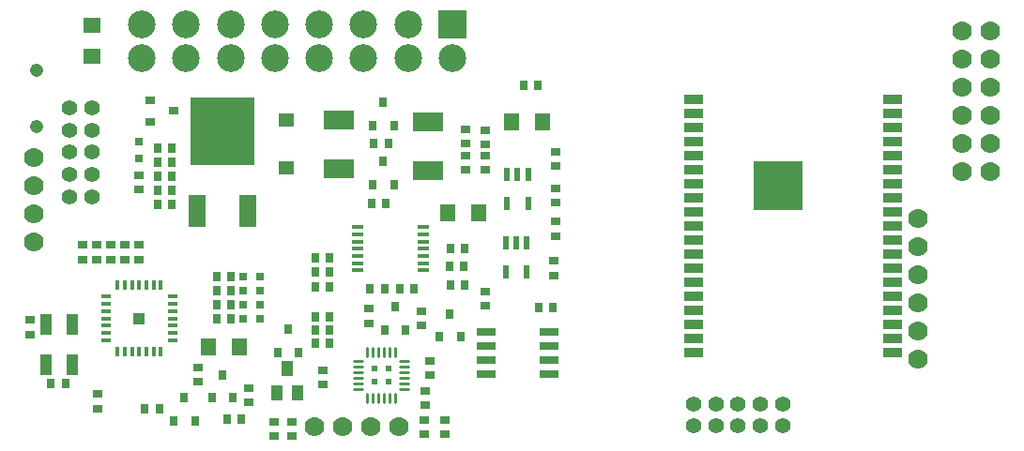
<source format=gtp>
G04 EAGLE Gerber RS-274X export*
G75*
%MOMM*%
%FSLAX34Y34*%
%LPD*%
%INTop Paste*%
%IPPOS*%
%AMOC8*
5,1,8,0,0,1.08239X$1,22.5*%
G01*
%ADD10R,1.400000X1.600000*%
%ADD11R,0.900000X0.700000*%
%ADD12R,0.700000X0.900000*%
%ADD13R,0.990600X0.304800*%
%ADD14R,2.700000X1.800000*%
%ADD15R,1.750000X0.650000*%
%ADD16R,0.850000X0.350000*%
%ADD17R,0.350000X0.850000*%
%ADD18R,1.000000X1.000000*%
%ADD19R,0.800000X0.900000*%
%ADD20R,0.550000X1.200000*%
%ADD21R,1.100000X1.900000*%
%ADD22R,0.900000X0.800000*%
%ADD23R,1.600000X3.000000*%
%ADD24R,5.800000X6.200000*%
%ADD25R,1.000000X1.400000*%
%ADD26R,0.800000X0.800000*%
%ADD27R,2.500000X2.500000*%
%ADD28C,2.500000*%
%ADD29R,1.470000X1.270000*%
%ADD30C,1.778000*%
%ADD31C,1.208000*%
%ADD32C,1.422400*%
%ADD33R,1.600000X1.400000*%
%ADD34C,0.254000*%
%ADD35R,0.482600X0.482600*%
%ADD36R,1.700000X0.900000*%
%ADD37R,4.500000X4.500000*%


D10*
X240900Y135700D03*
X212900Y135700D03*
D11*
X52100Y159600D03*
X52100Y146600D03*
D12*
X84000Y102300D03*
X71000Y102300D03*
D11*
X150700Y214400D03*
X150700Y227400D03*
X113000Y92800D03*
X113000Y79800D03*
D13*
X348050Y243300D03*
X348050Y236800D03*
X348050Y230300D03*
X348050Y223800D03*
X348050Y217300D03*
X348050Y210800D03*
X348050Y204300D03*
X406550Y204300D03*
X406550Y210800D03*
X406550Y217300D03*
X406550Y223800D03*
X406550Y230300D03*
X406550Y236800D03*
X406550Y243300D03*
D12*
X372100Y187700D03*
X359100Y187700D03*
X309300Y138700D03*
X322300Y138700D03*
X309300Y189500D03*
X322300Y189500D03*
X385500Y187700D03*
X398500Y187700D03*
X443600Y207800D03*
X430600Y207800D03*
X431600Y191100D03*
X444600Y191100D03*
X322300Y215900D03*
X309300Y215900D03*
X322300Y203200D03*
X309300Y203200D03*
X431600Y224200D03*
X444600Y224200D03*
X167000Y289500D03*
X180000Y289500D03*
X242900Y70200D03*
X229900Y70200D03*
X167000Y302200D03*
X180000Y302200D03*
X180000Y314900D03*
X167000Y314900D03*
D11*
X405000Y154800D03*
X405000Y167800D03*
X249300Y98100D03*
X249300Y85100D03*
X358200Y169800D03*
X358200Y156800D03*
D12*
X510320Y371420D03*
X497320Y371420D03*
D11*
X526450Y265500D03*
X526450Y278500D03*
D14*
X330700Y296100D03*
X330700Y340100D03*
D12*
X362300Y318700D03*
X375300Y318700D03*
D14*
X411000Y294100D03*
X411000Y338100D03*
D12*
X360400Y264700D03*
X373400Y264700D03*
D15*
X463266Y149150D03*
X520734Y149150D03*
X463266Y136450D03*
X463266Y123750D03*
X520734Y136450D03*
X520734Y123750D03*
X463266Y111050D03*
X520734Y111050D03*
D12*
X510900Y171200D03*
X523900Y171200D03*
D11*
X462470Y172600D03*
X462470Y185600D03*
X138000Y214400D03*
X138000Y227400D03*
X444800Y308300D03*
X444800Y295300D03*
X444800Y318900D03*
X444800Y331900D03*
X462500Y308300D03*
X462500Y295300D03*
X462500Y317900D03*
X462500Y330900D03*
D12*
X322300Y162100D03*
X309300Y162100D03*
X180000Y264100D03*
X167000Y264100D03*
D16*
X120700Y180600D03*
X120700Y174100D03*
X120700Y167600D03*
X120700Y161100D03*
X120700Y154600D03*
X120700Y148100D03*
X120700Y141600D03*
D17*
X131200Y131100D03*
X137700Y131100D03*
X144200Y131100D03*
X150700Y131100D03*
X157200Y131100D03*
X163700Y131100D03*
X170200Y131100D03*
D16*
X180700Y141600D03*
X180700Y148100D03*
X180700Y154600D03*
X180700Y161100D03*
X180700Y167600D03*
X180700Y174100D03*
X180700Y180600D03*
D17*
X170200Y191100D03*
X163700Y191100D03*
X157200Y191100D03*
X150700Y191100D03*
X144200Y191100D03*
X137700Y191100D03*
X131200Y191100D03*
D18*
X150690Y161090D03*
D19*
X370800Y356100D03*
X380300Y335100D03*
X361300Y335100D03*
X370900Y303100D03*
X380400Y282100D03*
X361400Y282100D03*
X381600Y171300D03*
X391100Y150300D03*
X372100Y150300D03*
D12*
X322300Y150400D03*
X309300Y150400D03*
X168900Y79400D03*
X155900Y79400D03*
D20*
X501500Y290821D03*
X492000Y290821D03*
X482500Y290821D03*
X482500Y264819D03*
X501500Y264819D03*
D21*
X90000Y118900D03*
X67000Y155900D03*
X67000Y118900D03*
X90000Y155900D03*
D19*
X191300Y89500D03*
X200800Y68500D03*
X181800Y68500D03*
D22*
X181500Y348300D03*
X160500Y338800D03*
X160500Y357800D03*
D23*
X203200Y257900D03*
X248800Y257900D03*
D24*
X226000Y329700D03*
D25*
X284400Y115600D03*
X293900Y93600D03*
X274900Y93600D03*
D11*
X125300Y214400D03*
X125300Y227400D03*
X99900Y227400D03*
X99900Y214400D03*
X203800Y103800D03*
X203800Y116800D03*
D12*
X220400Y199200D03*
X233400Y199200D03*
X233400Y186500D03*
X220400Y186500D03*
D26*
X244800Y199200D03*
X259800Y199200D03*
X244800Y186500D03*
X259800Y186500D03*
D11*
X112600Y214400D03*
X112600Y227400D03*
D12*
X220400Y173800D03*
X233400Y173800D03*
X233400Y161100D03*
X220400Y161100D03*
D26*
X244800Y173800D03*
X259800Y173800D03*
X244800Y161100D03*
X259800Y161100D03*
D20*
X500500Y229001D03*
X491000Y229001D03*
X481500Y229001D03*
X481500Y202999D03*
X500500Y202999D03*
D10*
X429000Y256100D03*
X457000Y256100D03*
D11*
X526310Y248500D03*
X526310Y235500D03*
X526250Y311500D03*
X526250Y298500D03*
X525020Y212990D03*
X525020Y199990D03*
D12*
X167000Y276800D03*
X180000Y276800D03*
D11*
X150400Y290400D03*
X150400Y277400D03*
D26*
X150300Y320600D03*
X150300Y305600D03*
D10*
X486820Y338100D03*
X514820Y338100D03*
D19*
X431000Y165300D03*
X440500Y144300D03*
X421500Y144300D03*
X284900Y151300D03*
X294400Y130300D03*
X275400Y130300D03*
X225800Y110300D03*
X235300Y89300D03*
X216300Y89300D03*
D27*
X433000Y426300D03*
D28*
X393000Y426300D03*
X353000Y426300D03*
X313000Y426300D03*
X273000Y426300D03*
X233000Y426300D03*
X193000Y426300D03*
X153000Y426300D03*
X433000Y396300D03*
X393000Y396300D03*
X353000Y396300D03*
X313000Y396300D03*
X273000Y396300D03*
X233000Y396300D03*
X193000Y396300D03*
X153000Y396300D03*
D29*
X283300Y340300D03*
X283300Y297300D03*
D30*
X56000Y306000D03*
X56000Y280600D03*
X56000Y255200D03*
X56000Y229800D03*
D31*
X58000Y385400D03*
X58000Y334600D03*
D32*
X108000Y271000D03*
X88000Y271000D03*
X108000Y291000D03*
X88000Y291000D03*
X108000Y311000D03*
X88000Y311000D03*
X108000Y331000D03*
X88000Y331000D03*
X108000Y351000D03*
X88000Y351000D03*
D33*
X108000Y398000D03*
X108000Y426000D03*
D34*
X356333Y134626D02*
X356333Y127006D01*
X361379Y127006D02*
X361379Y134626D01*
X366425Y134626D02*
X366425Y127006D01*
X371775Y127006D02*
X371775Y134626D01*
X376796Y134626D02*
X376796Y127006D01*
X381867Y127006D02*
X381867Y134626D01*
X356333Y92594D02*
X356333Y84974D01*
X361379Y84974D02*
X361379Y92594D01*
X366425Y92594D02*
X366425Y84974D01*
X371775Y84974D02*
X371775Y92594D01*
X376796Y92594D02*
X376796Y84974D01*
X381867Y84974D02*
X381867Y92594D01*
X386052Y97033D02*
X393672Y97033D01*
X393672Y102079D02*
X386052Y102079D01*
X386052Y107125D02*
X393672Y107125D01*
X393672Y112475D02*
X386052Y112475D01*
X386052Y117496D02*
X393672Y117496D01*
X393672Y122567D02*
X386052Y122567D01*
X352148Y97033D02*
X344528Y97033D01*
X344528Y102079D02*
X352148Y102079D01*
X352148Y107125D02*
X344528Y107125D01*
X344528Y112475D02*
X352148Y112475D01*
X352148Y117496D02*
X344528Y117496D01*
X344528Y122567D02*
X352148Y122567D01*
D35*
X363031Y115715D03*
X375731Y115715D03*
X363158Y103650D03*
X375350Y103650D03*
D11*
X426000Y69500D03*
X426000Y56500D03*
X408000Y56500D03*
X408000Y69500D03*
X409000Y82500D03*
X409000Y95500D03*
X316000Y101500D03*
X316000Y114500D03*
X413000Y109500D03*
X413000Y122500D03*
X272000Y67500D03*
X272000Y54500D03*
X288000Y67500D03*
X288000Y54500D03*
D30*
X309000Y63000D03*
X334400Y63000D03*
X359800Y63000D03*
X385200Y63000D03*
D36*
X650500Y130400D03*
X650500Y143100D03*
X650500Y155800D03*
X650500Y168500D03*
X650500Y181200D03*
X650500Y193900D03*
X650500Y206600D03*
X650500Y219300D03*
X650500Y232000D03*
X650500Y244700D03*
X650500Y257400D03*
X650500Y270100D03*
X650500Y282800D03*
X650500Y295500D03*
X650500Y308200D03*
X650500Y320900D03*
X650500Y333600D03*
X650500Y346300D03*
X650500Y359000D03*
X830500Y130400D03*
X830500Y143100D03*
X830500Y155800D03*
X830500Y168500D03*
X830500Y181200D03*
X830500Y193900D03*
X830500Y206600D03*
X830500Y219300D03*
X830500Y232000D03*
X830500Y244700D03*
X830500Y257400D03*
X830500Y270100D03*
X830500Y282800D03*
X830500Y295500D03*
X830500Y308200D03*
X830500Y320900D03*
X830500Y333600D03*
X830500Y346300D03*
X830500Y359000D03*
D37*
X726700Y281100D03*
D30*
X893000Y421000D03*
X918400Y421000D03*
X893000Y395600D03*
X918400Y395600D03*
X893000Y370200D03*
X918400Y370200D03*
X893000Y344800D03*
X918400Y344800D03*
X893000Y319400D03*
X918400Y319400D03*
X893000Y294000D03*
X918400Y294000D03*
D32*
X731000Y84000D03*
X731000Y64000D03*
X711000Y84000D03*
X711000Y64000D03*
X691000Y84000D03*
X691000Y64000D03*
X671000Y84000D03*
X671000Y64000D03*
X651000Y84000D03*
X651000Y64000D03*
D30*
X853000Y124000D03*
X853000Y149400D03*
X853000Y174800D03*
X853000Y200200D03*
X853000Y225600D03*
X853000Y251000D03*
M02*

</source>
